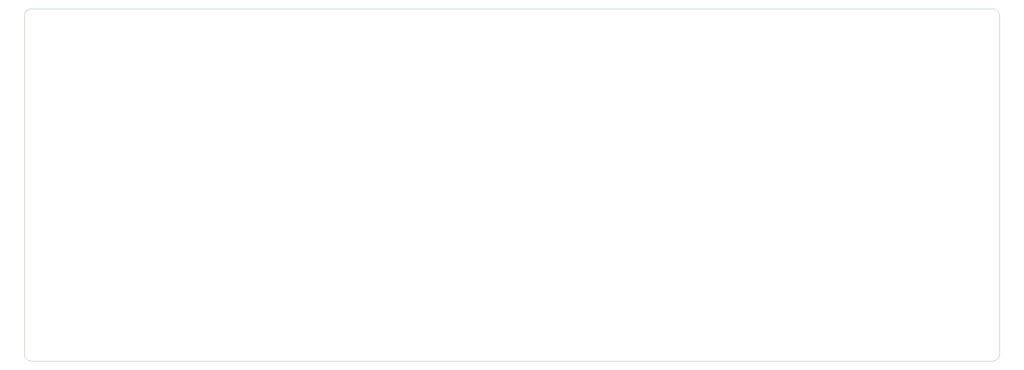
<source format=gm1>
G04 #@! TF.GenerationSoftware,KiCad,Pcbnew,(5.1.10)-1*
G04 #@! TF.CreationDate,2022-02-11T22:44:53+10:30*
G04 #@! TF.ProjectId,Dingo-75,44696e67-6f2d-4373-952e-6b696361645f,rev?*
G04 #@! TF.SameCoordinates,Original*
G04 #@! TF.FileFunction,Profile,NP*
%FSLAX46Y46*%
G04 Gerber Fmt 4.6, Leading zero omitted, Abs format (unit mm)*
G04 Created by KiCad (PCBNEW (5.1.10)-1) date 2022-02-11 22:44:53*
%MOMM*%
%LPD*%
G01*
G04 APERTURE LIST*
G04 #@! TA.AperFunction,Profile*
%ADD10C,0.050000*%
G04 #@! TD*
G04 APERTURE END LIST*
D10*
X87312500Y92868750D02*
X87312500Y92233750D01*
X-257175000Y92868750D02*
X-257175000Y92233750D01*
X-254793750Y89852500D02*
G75*
G02*
X-257175000Y92233750I0J2381250D01*
G01*
X87312500Y92233750D02*
G75*
G02*
X84931250Y89852500I-2381250J0D01*
G01*
X84931250Y214312500D02*
G75*
G02*
X87312500Y211931250I0J-2381250D01*
G01*
X-257175000Y211931250D02*
G75*
G02*
X-254793750Y214312500I2381250J0D01*
G01*
X-257175000Y92868750D02*
X-257175000Y211931250D01*
X84931250Y89852500D02*
X-254793750Y89852500D01*
X87312500Y211931250D02*
X87312500Y92868750D01*
X-254793750Y214312500D02*
X84931250Y214312500D01*
M02*

</source>
